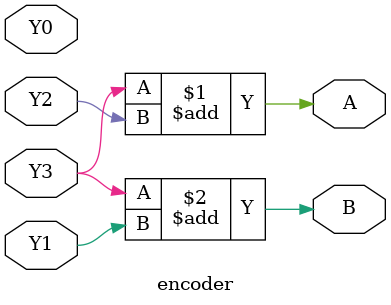
<source format=v>
`timescale 1ns / 1ps


module encoder(A,B,Y0,Y1,Y2,Y3);

input Y0,Y1,Y2,Y3;
output A,B;

assign A=Y3+Y2;
assign B=Y3+Y1;

endmodule

</source>
